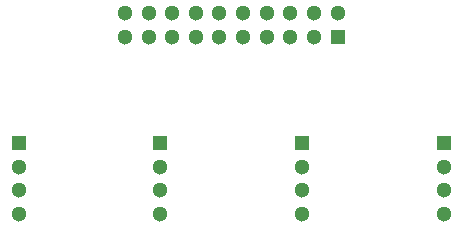
<source format=gbs>
G04 (created by PCBNEW (2013-may-18)-stable) date Sun 16 Aug 2015 06:42:24 PM CST*
%MOIN*%
G04 Gerber Fmt 3.4, Leading zero omitted, Abs format*
%FSLAX34Y34*%
G01*
G70*
G90*
G04 APERTURE LIST*
%ADD10C,0.00590551*%
%ADD11R,0.0511811X0.0511811*%
%ADD12C,0.0511811*%
G04 APERTURE END LIST*
G54D10*
G54D11*
X88976Y-61811D03*
G54D12*
X88976Y-62598D03*
X88976Y-63385D03*
X88976Y-64173D03*
G54D11*
X93700Y-61811D03*
G54D12*
X93700Y-62598D03*
X93700Y-63385D03*
X93700Y-64173D03*
G54D11*
X84251Y-61811D03*
G54D12*
X84251Y-62598D03*
X84251Y-63385D03*
X84251Y-64173D03*
G54D11*
X79527Y-61811D03*
G54D12*
X79527Y-62598D03*
X79527Y-63385D03*
X79527Y-64173D03*
G54D11*
X90157Y-58267D03*
G54D12*
X90157Y-57480D03*
X89370Y-58267D03*
X89370Y-57480D03*
X88582Y-58267D03*
X88582Y-57480D03*
X87795Y-58267D03*
X87795Y-57480D03*
X87007Y-58267D03*
X87007Y-57480D03*
X86220Y-58267D03*
X86220Y-57480D03*
X85433Y-58267D03*
X85433Y-57480D03*
X84645Y-58267D03*
X84645Y-57480D03*
X83858Y-58267D03*
X83858Y-57480D03*
X83070Y-58267D03*
X83070Y-57480D03*
M02*

</source>
